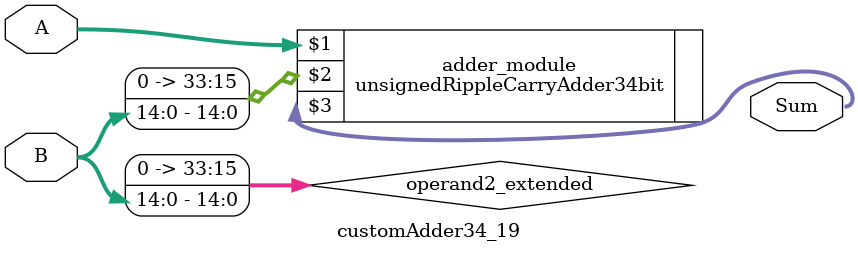
<source format=v>
module customAdder34_19(
                        input [33 : 0] A,
                        input [14 : 0] B,
                        
                        output [34 : 0] Sum
                );

        wire [33 : 0] operand2_extended;
        
        assign operand2_extended =  {19'b0, B};
        
        unsignedRippleCarryAdder34bit adder_module(
            A,
            operand2_extended,
            Sum
        );
        
        endmodule
        
</source>
